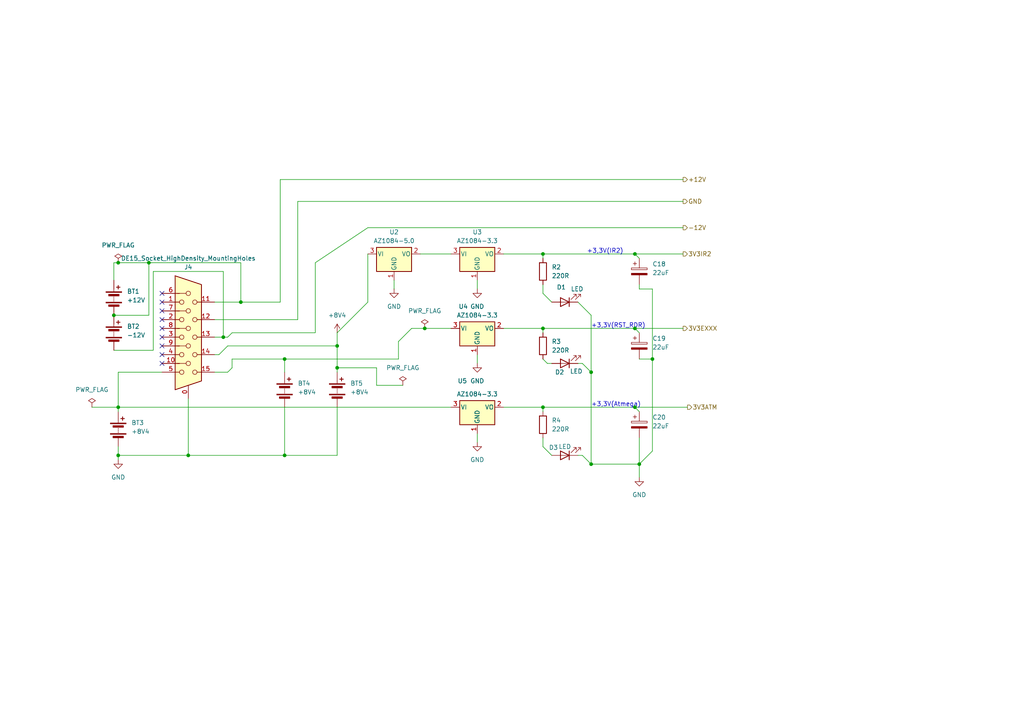
<source format=kicad_sch>
(kicad_sch (version 20250114) (generator "eeschema") (generator_version "9.0")
  (paper "A4")
  (title_block (title "PROJETO IR2_B2_UFAM") (date "07/08/2025") (company "UFAM-UFMG") (comment 1 "1 - Software Proteus substituído pelo Software Kicad 9.0") (comment 2 "2 - Incluído Amplificafor de Instrumentação para reduzir ruídos") (comment 3 "3 - Incluídos conectores para cabos entrelaçados") (comment 4 "4 - Análise de 4 camadas para reduzir ruídos") (comment 5 "5 - Teste de clonagem"))
  (lib_symbols
    (symbol "Connector:DE15_Socket_HighDensity_MountingHoles" (pin_names (offset 1.016) (hide yes))
      (property "Reference" "J" (at 0 21.59 0))
      (property "Value" "DE15_Socket_HighDensity_MountingHoles" (at 0 19.05 0))
      (symbol "DE15_Socket_HighDensity_MountingHoles_0_1"
        (polyline (pts (xy -3.81 17.78) (xy -3.81 -15.24) (xy 3.81 -12.7) (xy 3.81 15.24) (xy -3.81 17.78)) (stroke (width 0.254)) (fill (type background)))
        (polyline (pts (xy -3.175 7.62) (xy -0.635 7.62)))
        (circle (center -1.905 10.16) (radius 0.635))
        (circle (center -1.905 5.08) (radius 0.635))
        (circle (center -1.905 0) (radius 0.635))
        (circle (center -1.905 -5.08) (radius 0.635))
        (circle (center -1.905 -10.16) (radius 0.635))
        (polyline (pts (xy -0.635 12.7) (xy -3.175 12.7)))
        (polyline (pts (xy -0.635 2.54) (xy -3.175 2.54)))
        (polyline (pts (xy -0.635 -2.54) (xy -3.175 -2.54)))
        (polyline (pts (xy -0.635 -7.62) (xy -3.175 -7.62)))
        (circle (center 0 12.7) (radius 0.635))
        (circle (center 0 7.62) (radius 0.635))
        (circle (center 0 2.54) (radius 0.635))
        (circle (center 0 -2.54) (radius 0.635))
        (circle (center 0 -7.62) (radius 0.635))
        (circle (center 1.905 10.16) (radius 0.635))
        (circle (center 1.905 5.08) (radius 0.635))
        (circle (center 1.905 0) (radius 0.635))
        (circle (center 1.905 -5.08) (radius 0.635))
        (circle (center 1.905 -10.16) (radius 0.635))
      )
      (symbol "DE15_Socket_HighDensity_MountingHoles_1_1"
        (pin passive line (at -7.62 12.7 0) (length 5.08) (name "~") (number "6"))
        (pin passive line (at -7.62 10.16 0) (length 5.08) (name "~") (number "1"))
        (pin passive line (at -7.62 7.62 0) (length 5.08) (name "~") (number "7"))
        (pin passive line (at -7.62 5.08 0) (length 5.08) (name "~") (number "2"))
        (pin passive line (at -7.62 2.54 0) (length 5.08) (name "~") (number "8"))
        (pin passive line (at -7.62 0 0) (length 5.08) (name "~") (number "3"))
        (pin passive line (at -7.62 -2.54 0) (length 5.08) (name "~") (number "9"))
        (pin passive line (at -7.62 -5.08 0) (length 5.08) (name "~") (number "4"))
        (pin passive line (at -7.62 -7.62 0) (length 5.08) (name "~") (number "10"))
        (pin passive line (at -7.62 -10.16 0) (length 5.08) (name "~") (number "5"))
        (pin passive line (at 0 -17.78 90) (length 3.81) (name "~") (number "0"))
        (pin passive line (at 7.62 10.16 180) (length 5.08) (name "~") (number "11"))
        (pin passive line (at 7.62 5.08 180) (length 5.08) (name "~") (number "12"))
        (pin passive line (at 7.62 0 180) (length 5.08) (name "~") (number "13"))
        (pin passive line (at 7.62 -5.08 180) (length 5.08) (name "~") (number "14"))
        (pin passive line (at 7.62 -10.16 180) (length 5.08) (name "~") (number "15"))
      )
    )
    (symbol "Device:Battery" (pin_numbers (hide yes)) (pin_names (offset 0) (hide yes))
      (property "Reference" "BT" (at 2.54 2.54 0))
      (property "Value" "Battery" (at 2.54 0 0))
      (symbol "Battery_0_1"
        (rectangle (start -2.286 1.778) (end 2.286 1.524) (fill (type outline)))
        (rectangle (start -2.286 -1.27) (end 2.286 -1.524) (fill (type outline)))
        (rectangle (start -1.524 1.016) (end 1.524 0.508) (fill (type outline)))
        (rectangle (start -1.524 -2.032) (end 1.524 -2.54) (fill (type outline)))
        (polyline (pts (xy 0 1.778) (xy 0 2.54)))
        (polyline (pts (xy 0 0) (xy 0 0.254)))
        (polyline (pts (xy 0 -0.508) (xy 0 -0.254)))
        (polyline (pts (xy 0 -1.016) (xy 0 -0.762)))
        (polyline (pts (xy 0.762 3.048) (xy 1.778 3.048)) (stroke (width 0.254)))
        (polyline (pts (xy 1.27 3.556) (xy 1.27 2.54)) (stroke (width 0.254)))
      )
      (symbol "Battery_1_1"
        (pin passive line (at 0 5.08 270) (length 2.54) (name "+") (number "1"))
        (pin passive line (at 0 -5.08 90) (length 2.54) (name "-") (number "2"))
      )
    )
    (symbol "Device:C_Polarized" (pin_numbers (hide yes)) (pin_names (offset 0.254))
      (property "Reference" "C" (at 0.635 2.54 0))
      (property "Value" "C_Polarized" (at 0.635 -2.54 0))
      (symbol "C_Polarized_0_1"
        (rectangle (start -2.286 0.508) (end 2.286 1.016))
        (polyline (pts (xy -1.778 2.286) (xy -0.762 2.286)))
        (polyline (pts (xy -1.27 2.794) (xy -1.27 1.778)))
        (rectangle (start 2.286 -0.508) (end -2.286 -1.016) (fill (type outline)))
      )
      (symbol "C_Polarized_1_1"
        (pin passive line (at 0 3.81 270) (length 2.794) (name "~") (number "1"))
        (pin passive line (at 0 -3.81 90) (length 2.794) (name "~") (number "2"))
      )
    )
    (symbol "Device:LED" (pin_numbers (hide yes)) (pin_names (offset 1.016) (hide yes))
      (property "Reference" "D" (at 0 2.54 0))
      (property "Value" "LED" (at 0 -2.54 0))
      (symbol "LED_0_1"
        (polyline (pts (xy -3.048 -0.762) (xy -4.572 -2.286) (xy -3.81 -2.286) (xy -4.572 -2.286) (xy -4.572 -1.524)))
        (polyline (pts (xy -1.778 -0.762) (xy -3.302 -2.286) (xy -2.54 -2.286) (xy -3.302 -2.286) (xy -3.302 -1.524)))
        (polyline (pts (xy -1.27 0) (xy 1.27 0)))
        (polyline (pts (xy -1.27 -1.27) (xy -1.27 1.27)) (stroke (width 0.254)))
        (polyline (pts (xy 1.27 -1.27) (xy 1.27 1.27) (xy -1.27 0) (xy 1.27 -1.27)) (stroke (width 0.254)))
      )
      (symbol "LED_1_1"
        (pin passive line (at -3.81 0 0) (length 2.54) (name "K") (number "1"))
        (pin passive line (at 3.81 0 180) (length 2.54) (name "A") (number "2"))
      )
    )
    (symbol "Device:R" (pin_numbers (hide yes)) (pin_names (offset 0))
      (property "Reference" "R" (at 2.032 0 90))
      (property "Value" "R" (at 0 0 90))
      (symbol "R_0_1"
        (rectangle (start -1.016 -2.54) (end 1.016 2.54) (stroke (width 0.254)))
      )
      (symbol "R_1_1"
        (pin passive line (at 0 3.81 270) (length 1.27) (name "~") (number "1"))
        (pin passive line (at 0 -3.81 90) (length 1.27) (name "~") (number "2"))
      )
    )
    (symbol "Regulator_Linear:AZ1084-3.3" (pin_names (offset 0.254))
      (property "Reference" "U" (at -3.81 3.175 0))
      (property "Value" "AZ1084-3.3" (at 0 3.175 0))
      (symbol "AZ1084-3.3_0_1"
        (rectangle (start -5.08 1.905) (end 5.08 -5.08) (stroke (width 0.254)) (fill (type background)))
      )
      (symbol "AZ1084-3.3_1_1"
        (pin power_in line (at -7.62 0 0) (length 2.54) (name "VI") (number "3"))
        (pin power_in line (at 0 -7.62 90) (length 2.54) (name "GND") (number "1"))
        (pin power_out line (at 7.62 0 180) (length 2.54) (name "VO") (number "2"))
      )
    )
    (symbol "Regulator_Linear:AZ1084-5.0" (pin_names (offset 0.254))
      (property "Reference" "U" (at -3.81 3.175 0))
      (property "Value" "AZ1084-5.0" (at 0 3.175 0))
      (symbol "AZ1084-5.0_0_1"
        (rectangle (start -5.08 1.905) (end 5.08 -5.08) (stroke (width 0.254)) (fill (type background)))
      )
      (symbol "AZ1084-5.0_1_1"
        (pin power_in line (at -7.62 0 0) (length 2.54) (name "VI") (number "3"))
        (pin power_in line (at 0 -7.62 90) (length 2.54) (name "GND") (number "1"))
        (pin power_out line (at 7.62 0 180) (length 2.54) (name "VO") (number "2"))
      )
    )
    (symbol "power:GND" (power) (pin_numbers (hide yes)) (pin_names (offset 0) (hide yes))
      (property "Value" "GND" (at 0 -3.81 0))
      (symbol "GND_0_1"
        (polyline (pts (xy 0 0) (xy 0 -1.27) (xy 1.27 -1.27) (xy 0 -2.54) (xy -1.27 -1.27) (xy 0 -1.27)))
      )
      (symbol "GND_1_1"
        (pin power_in line (at 0 0 270) (length 0) (name "~") (number "1"))
      )
    )
    (symbol "power:PWR_FLAG" (power) (pin_numbers (hide yes)) (pin_names (offset 0) (hide yes))
      (property "Value" "PWR_FLAG" (at 0 3.81 0))
      (symbol "PWR_FLAG_0_0"
        (pin power_out line (at 0 0 90) (length 0) (name "~") (number "1"))
      )
      (symbol "PWR_FLAG_0_1"
        (polyline (pts (xy 0 0) (xy 0 1.27) (xy -1.016 1.905) (xy 0 2.54) (xy 1.016 1.905) (xy 0 1.27)))
      )
    )
    (symbol "power:VCC" (power) (pin_numbers (hide yes)) (pin_names (offset 0) (hide yes))
      (property "Value" "VCC" (at 0 3.556 0))
      (symbol "VCC_0_1"
        (polyline (pts (xy -0.762 1.27) (xy 0 2.54)))
        (polyline (pts (xy 0 2.54) (xy 0.762 1.27)))
        (polyline (pts (xy 0 0) (xy 0 2.54)))
      )
      (symbol "VCC_1_1"
        (pin power_in line (at 0 0 90) (length 0) (name "~") (number "1"))
      )
    )
  )
  (text "+3,3V(IR2)" (at 170.18 73.66 0) (effects (font (size 1.27 1.27)) (justify left bottom)))
  (text "+3,3V(RST_RDR)" (at 171.45 95.25 0) (effects (font (size 1.27 1.27)) (justify left bottom)))
  (text "+3,3V(Atmega)" (at 171.45 118.11 0) (effects (font (size 1.27 1.27)) (justify left bottom)))
  (junction (at 157.48 73.66))
  (junction (at 184.15 95.25))
  (junction (at 64.77 97.79))
  (junction (at 157.48 95.25))
  (junction (at 185.42 134.62))
  (junction (at 34.29 76.2))
  (junction (at 43.18 76.2))
  (junction (at 33.02 91.44))
  (junction (at 123.19 95.25))
  (junction (at 184.15 73.66))
  (junction (at 157.48 118.11))
  (junction (at 97.79 106.68))
  (junction (at 184.15 118.11))
  (junction (at 171.45 134.62))
  (junction (at 54.61 132.08))
  (junction (at 34.29 132.08))
  (junction (at 82.55 104.14))
  (junction (at 97.79 100.33))
  (junction (at 171.45 107.95))
  (junction (at 34.29 118.11))
  (junction (at 82.55 132.08))
  (junction (at 189.23 104.14))
  (junction (at 69.85 87.63))
  (no_connect (at 46.99 92.71))
  (no_connect (at 46.99 105.41))
  (no_connect (at 46.99 97.79))
  (no_connect (at 46.99 90.17))
  (no_connect (at 46.99 95.25))
  (no_connect (at 46.99 102.87))
  (no_connect (at 46.99 85.09))
  (no_connect (at 46.99 100.33))
  (no_connect (at 46.99 87.63))
  (wire (pts (xy 62.23 102.87) (xy 63.5 102.87)))
  (wire (pts (xy 81.28 52.07) (xy 81.28 87.63)))
  (wire (pts (xy 123.19 95.25) (xy 130.81 95.25)))
  (wire (pts (xy 69.85 87.63) (xy 81.28 87.63)))
  (wire (pts (xy 64.77 97.79) (xy 66.04 97.79)))
  (wire (pts (xy 64.77 78.74) (xy 64.77 97.79)))
  (wire (pts (xy 146.05 73.66) (xy 157.48 73.66)))
  (wire (pts (xy 160.02 87.63) (xy 157.48 85.09)))
  (wire (pts (xy 106.68 66.04) (xy 198.12 66.04)))
  (wire (pts (xy 185.42 104.14) (xy 189.23 104.14)))
  (wire (pts (xy 185.42 134.62) (xy 185.42 138.43)))
  (wire (pts (xy 157.48 95.25) (xy 157.48 96.52)))
  (wire (pts (xy 34.29 76.2) (xy 43.18 76.2)))
  (wire (pts (xy 157.48 118.11) (xy 157.48 119.38)))
  (wire (pts (xy 97.79 100.33) (xy 97.79 106.68)))
  (wire (pts (xy 44.45 78.74) (xy 64.77 78.74)))
  (wire (pts (xy 33.02 81.28) (xy 33.02 76.2)))
  (wire (pts (xy 171.45 134.62) (xy 185.42 134.62)))
  (wire (pts (xy 26.67 118.11) (xy 34.29 118.11)))
  (wire (pts (xy 43.18 76.2) (xy 69.85 76.2)))
  (wire (pts (xy 62.23 107.95) (xy 66.04 107.95)))
  (wire (pts (xy 82.55 104.14) (xy 115.57 104.14)))
  (wire (pts (xy 146.05 118.11) (xy 157.48 118.11)))
  (wire (pts (xy 106.68 73.66) (xy 106.68 87.63)))
  (wire (pts (xy 33.02 91.44) (xy 43.18 91.44)))
  (wire (pts (xy 157.48 73.66) (xy 157.48 74.93)))
  (wire (pts (xy 121.92 73.66) (xy 130.81 73.66)))
  (wire (pts (xy 189.23 130.81) (xy 185.42 134.62)))
  (wire (pts (xy 34.29 119.38) (xy 34.29 118.11)))
  (wire (pts (xy 157.48 118.11) (xy 184.15 118.11)))
  (wire (pts (xy 82.55 104.14) (xy 82.55 107.95)))
  (wire (pts (xy 54.61 115.57) (xy 54.61 132.08)))
  (wire (pts (xy 160.02 105.41) (xy 158.75 105.41)))
  (wire (pts (xy 171.45 91.44) (xy 167.64 87.63)))
  (wire (pts (xy 34.29 129.54) (xy 34.29 132.08)))
  (wire (pts (xy 33.02 76.2) (xy 34.29 76.2)))
  (wire (pts (xy 185.42 83.82) (xy 189.23 83.82)))
  (wire (pts (xy 189.23 104.14) (xy 189.23 130.81)))
  (wire (pts (xy 119.38 95.25) (xy 123.19 95.25)))
  (wire (pts (xy 184.15 118.11) (xy 199.39 118.11)))
  (wire (pts (xy 54.61 132.08) (xy 34.29 132.08)))
  (wire (pts (xy 62.23 97.79) (xy 64.77 97.79)))
  (wire (pts (xy 34.29 107.95) (xy 46.99 107.95)))
  (wire (pts (xy 184.15 95.25) (xy 198.12 95.25)))
  (wire (pts (xy 82.55 118.11) (xy 82.55 132.08)))
  (wire (pts (xy 168.91 105.41) (xy 171.45 107.95)))
  (wire (pts (xy 43.18 91.44) (xy 43.18 76.2)))
  (wire (pts (xy 157.48 95.25) (xy 184.15 95.25)))
  (wire (pts (xy 97.79 96.52) (xy 106.68 87.63)))
  (wire (pts (xy 82.55 132.08) (xy 54.61 132.08)))
  (wire (pts (xy 91.44 76.2) (xy 91.44 96.52)))
  (wire (pts (xy 138.43 81.28) (xy 138.43 83.82)))
  (wire (pts (xy 34.29 132.08) (xy 34.29 133.35)))
  (wire (pts (xy 171.45 134.62) (xy 171.45 107.95)))
  (wire (pts (xy 91.44 76.2) (xy 106.68 66.04)))
  (wire (pts (xy 86.36 58.42) (xy 86.36 92.71)))
  (wire (pts (xy 158.75 105.41) (xy 157.48 104.14)))
  (wire (pts (xy 185.42 119.38) (xy 184.15 118.11)))
  (wire (pts (xy 189.23 83.82) (xy 189.23 104.14)))
  (wire (pts (xy 157.48 73.66) (xy 184.15 73.66)))
  (wire (pts (xy 97.79 106.68) (xy 97.79 107.95)))
  (wire (pts (xy 109.22 106.68) (xy 97.79 106.68)))
  (wire (pts (xy 97.79 96.52) (xy 97.79 100.33)))
  (wire (pts (xy 185.42 83.82) (xy 185.42 82.55)))
  (wire (pts (xy 114.3 81.28) (xy 114.3 83.82)))
  (wire (pts (xy 167.64 105.41) (xy 168.91 105.41)))
  (wire (pts (xy 34.29 118.11) (xy 130.81 118.11)))
  (wire (pts (xy 138.43 125.73) (xy 138.43 128.27)))
  (wire (pts (xy 67.31 96.52) (xy 91.44 96.52)))
  (wire (pts (xy 157.48 82.55) (xy 157.48 85.09)))
  (wire (pts (xy 171.45 107.95) (xy 171.45 91.44)))
  (wire (pts (xy 63.5 102.87) (xy 66.04 100.33)))
  (wire (pts (xy 66.04 100.33) (xy 97.79 100.33)))
  (wire (pts (xy 34.29 118.11) (xy 34.29 107.95)))
  (wire (pts (xy 44.45 101.6) (xy 44.45 78.74)))
  (wire (pts (xy 33.02 101.6) (xy 44.45 101.6)))
  (wire (pts (xy 109.22 111.76) (xy 109.22 106.68)))
  (wire (pts (xy 160.02 132.08) (xy 157.48 129.54)))
  (wire (pts (xy 86.36 58.42) (xy 198.12 58.42)))
  (wire (pts (xy 62.23 92.71) (xy 86.36 92.71)))
  (wire (pts (xy 97.79 132.08) (xy 82.55 132.08)))
  (wire (pts (xy 168.91 132.08) (xy 171.45 134.62)))
  (wire (pts (xy 116.84 111.76) (xy 109.22 111.76)))
  (wire (pts (xy 115.57 99.06) (xy 115.57 104.14)))
  (wire (pts (xy 184.15 73.66) (xy 185.42 74.93)))
  (wire (pts (xy 97.79 118.11) (xy 97.79 132.08)))
  (wire (pts (xy 66.04 97.79) (xy 67.31 96.52)))
  (wire (pts (xy 67.31 104.14) (xy 67.31 106.68)))
  (wire (pts (xy 81.28 52.07) (xy 198.12 52.07)))
  (wire (pts (xy 62.23 87.63) (xy 69.85 87.63)))
  (wire (pts (xy 67.31 104.14) (xy 82.55 104.14)))
  (wire (pts (xy 138.43 102.87) (xy 138.43 105.41)))
  (wire (pts (xy 185.42 127) (xy 185.42 134.62)))
  (wire (pts (xy 67.31 106.68) (xy 66.04 107.95)))
  (wire (pts (xy 115.57 99.06) (xy 119.38 95.25)))
  (wire (pts (xy 184.15 95.25) (xy 185.42 96.52)))
  (wire (pts (xy 157.48 127) (xy 157.48 129.54)))
  (wire (pts (xy 69.85 76.2) (xy 69.85 87.63)))
  (wire (pts (xy 184.15 73.66) (xy 198.12 73.66)))
  (wire (pts (xy 167.64 132.08) (xy 168.91 132.08)))
  (wire (pts (xy 146.05 95.25) (xy 157.48 95.25)))
  (hierarchical_label "+12V" (shape output) (at 198.12 52.07 0))
  (hierarchical_label "3V3IR2" (shape output) (at 198.12 73.66 0))
  (hierarchical_label "3V3EXXX" (shape output) (at 198.12 95.25 0))
  (hierarchical_label "3V3ATM" (shape output) (at 199.39 118.11 0))
  (hierarchical_label "-12V" (shape output) (at 198.12 66.04 0))
  (hierarchical_label "GND" (shape output) (at 198.12 58.42 0))
  (symbol (lib_id "power:VCC") (at 97.79 96.52 0) (unit 1)
    (property "Reference" "#PWR013" (effects (hide yes)))
    (property "Value" "+8V4" (at 97.79 91.44 0))
    (property "Description" "Power symbol creates a global label with name \"VCC\"" (effects (hide yes)))
  )
  (symbol (lib_id "power:GND") (at 138.43 83.82 0) (unit 1)
    (property "Reference" "#PWR020" (effects (hide yes)))
    (property "Value" "GND" (at 138.43 88.9 0))
    (property "Description" "Power symbol creates a global label with name \"GND\" , ground" (effects (hide yes)))
  )
  (symbol (lib_id "Regulator_Linear:AZ1084-5.0") (at 114.3 73.66 0) (unit 1)
    (property "Reference" "U2" (at 114.3 67.31 0))
    (property "Value" "AZ1084-5.0" (at 114.3 69.85 0))
    (property "Footprint" "Package_TO_SOT_SMD:TO-263-3_TabPin2" (effects (hide yes)))
    (property "Datasheet" "https://www.diodes.com/assets/Datasheets/AZ1084.pdf" (effects (hide yes)))
    (property "Description" "5A 12V Fixed LDO Linear Regulator, 1.5V, TO-220/TO-252/TO-263" (effects (hide yes)))
  )
  (symbol (lib_id "power:GND") (at 185.42 138.43 0) (unit 1)
    (property "Reference" "#PWR018" (effects (hide yes)))
    (property "Value" "GND" (at 185.42 143.51 0))
    (property "Description" "Power symbol creates a global label with name \"GND\" , ground" (effects (hide yes)))
  )
  (symbol (lib_id "Device:C_Polarized") (at 185.42 78.74 0) (unit 1)
    (property "Reference" "C18" (at 189.23 76.5809 0) (effects (justify left)))
    (property "Value" "22uF" (at 189.23 79.1209 0) (effects (justify left)))
    (property "Footprint" "Capacitor_SMD:CP_Elec_4x5.8" (effects (hide yes)))
    (property "Description" "Polarized capacitor" (effects (hide yes)))
  )
  (symbol (lib_id "power:GND") (at 138.43 105.41 0) (unit 1)
    (property "Reference" "#PWR022" (effects (hide yes)))
    (property "Value" "GND" (at 138.43 110.49 0))
    (property "Description" "Power symbol creates a global label with name \"GND\" , ground" (effects (hide yes)))
  )
  (symbol (lib_id "Device:R") (at 157.48 78.74 180) (unit 1)
    (property "Reference" "R2" (at 160.02 77.4699 0) (effects (justify right)))
    (property "Value" "220R" (at 160.02 80.0099 0) (effects (justify right)))
    (property "Footprint" "Resistor_SMD:R_0805_2012Metric" (effects (hide yes)))
    (property "Description" "Resistor" (effects (hide yes)))
  )
  (symbol (lib_id "Regulator_Linear:AZ1084-3.3") (at 138.43 118.11 0) (unit 1)
    (property "Reference" "U5" (at 134.112 110.49 0))
    (property "Value" "AZ1084-3.3" (at 138.43 114.3 0))
    (property "Footprint" "Package_TO_SOT_SMD:TO-252-3_TabPin2" (effects (hide yes)))
    (property "Datasheet" "https://www.diodes.com/assets/Datasheets/AZ1084.pdf" (effects (hide yes)))
    (property "Description" "5A 12V Fixed LDO Linear Regulator, 1.5V, TO-220/TO-252/TO-263" (effects (hide yes)))
  )
  (symbol (lib_id "Connector:DE15_Socket_HighDensity_MountingHoles") (at 54.61 97.79 0) (unit 1)
    (property "Reference" "J4" (at 54.61 77.47 0))
    (property "Value" "DE15_Socket_HighDensity_MountingHoles" (at 54.61 74.93 0))
    (property "Footprint" "Connector_Dsub:DSUB-15-HD_Socket_Horizontal_P2.29x1.90mm_EdgePinOffset3.03mm_Housed_MountingHolesOffset4.94mm" (effects (hide yes)))
    (property "Description" "15-pin D-SUB connector, socket (female), High density (3 columns), Triple Row, Generic, VGA-connector, Mounting Hole" (effects (hide yes)))
  )
  (symbol (lib_id "power:PWR_FLAG") (at 34.29 76.2 0) (unit 1)
    (property "Reference" "#FLG04" (effects (hide yes)))
    (property "Value" "PWR_FLAG" (at 34.29 71.12 0))
    (property "Description" "Special symbol for telling ERC where power comes from" (effects (hide yes)))
  )
  (symbol (lib_id "Device:Battery") (at 82.55 113.03 0) (unit 1)
    (property "Reference" "BT4" (at 86.36 111.1884 0) (effects (justify left)))
    (property "Value" "+8V4" (at 86.36 113.7284 0) (effects (justify left)))
    (property "Description" "Multiple-cell battery" (effects (hide yes)))
  )
  (symbol (lib_id "power:GND") (at 114.3 83.82 0) (unit 1)
    (property "Reference" "#PWR012" (effects (hide yes)))
    (property "Value" "GND" (at 114.3 88.9 0))
    (property "Description" "Power symbol creates a global label with name \"GND\" , ground" (effects (hide yes)))
  )
  (symbol (lib_id "Device:Battery") (at 34.29 124.46 0) (unit 1)
    (property "Reference" "BT3" (at 38.1 122.6184 0) (effects (justify left)))
    (property "Value" "+8V4" (at 38.1 125.1584 0) (effects (justify left)))
    (property "Description" "Multiple-cell battery" (effects (hide yes)))
  )
  (symbol (lib_id "power:GND") (at 138.43 128.27 0) (unit 1)
    (property "Reference" "#PWR023" (effects (hide yes)))
    (property "Value" "GND" (at 138.43 133.35 0))
    (property "Description" "Power symbol creates a global label with name \"GND\" , ground" (effects (hide yes)))
  )
  (symbol (lib_id "Device:LED") (at 163.83 87.63 180) (unit 1)
    (property "Reference" "D1" (at 162.814 83.312 0))
    (property "Value" "LED" (at 167.386 83.82 0))
    (property "Footprint" "LED_THT:LED_D5.0mm" (effects (hide yes)))
    (property "Description" "Light emitting diode" (effects (hide yes)))
    (property "Sim.Pins" "1=K 2=A" (effects (hide yes)))
  )
  (symbol (lib_id "Device:R") (at 157.48 100.33 0) (unit 1)
    (property "Reference" "R3" (at 160.02 99.0599 0) (effects (justify left)))
    (property "Value" "220R" (at 160.02 101.5999 0) (effects (justify left)))
    (property "Footprint" "Resistor_SMD:R_0805_2012Metric" (effects (hide yes)))
    (property "Description" "Resistor" (effects (hide yes)))
  )
  (symbol (lib_id "Device:C_Polarized") (at 185.42 100.33 0) (unit 1)
    (property "Reference" "C19" (at 189.23 98.1709 0) (effects (justify left)))
    (property "Value" "22uF" (at 189.23 100.7109 0) (effects (justify left)))
    (property "Footprint" "Capacitor_SMD:CP_Elec_4x5.8" (effects (hide yes)))
    (property "Description" "Polarized capacitor" (effects (hide yes)))
  )
  (symbol (lib_id "Device:Battery") (at 33.02 86.36 0) (unit 1)
    (property "Reference" "BT1" (at 36.83 84.5184 0) (effects (justify left)))
    (property "Value" "+12V" (at 36.83 87.0584 0) (effects (justify left)))
    (property "Description" "Multiple-cell battery" (effects (hide yes)))
  )
  (symbol (lib_id "Device:R") (at 157.48 123.19 0) (unit 1)
    (property "Reference" "R4" (at 160.02 121.9199 0) (effects (justify left)))
    (property "Value" "220R" (at 160.02 124.4599 0) (effects (justify left)))
    (property "Footprint" "Resistor_SMD:R_0805_2012Metric" (effects (hide yes)))
    (property "Description" "Resistor" (effects (hide yes)))
  )
  (symbol (lib_id "Device:LED") (at 163.83 132.08 180) (unit 1)
    (property "Reference" "D3" (at 160.528 129.794 0))
    (property "Value" "LED" (at 163.83 129.54 0))
    (property "Footprint" "LED_THT:LED_D5.0mm" (effects (hide yes)))
    (property "Description" "Light emitting diode" (effects (hide yes)))
    (property "Sim.Pins" "1=K 2=A" (effects (hide yes)))
  )
  (symbol (lib_id "power:GND") (at 34.29 133.35 0) (unit 1)
    (property "Reference" "#PWR04" (effects (hide yes)))
    (property "Value" "GND" (at 34.29 138.43 0))
    (property "Description" "Power symbol creates a global label with name \"GND\" , ground" (effects (hide yes)))
  )
  (symbol (lib_id "power:PWR_FLAG") (at 116.84 111.76 0) (unit 1)
    (property "Reference" "#FLG08" (effects (hide yes)))
    (property "Value" "PWR_FLAG" (at 116.84 106.68 0))
    (property "Description" "Special symbol for telling ERC where power comes from" (effects (hide yes)))
  )
  (symbol (lib_id "Device:Battery") (at 97.79 113.03 0) (unit 1)
    (property "Reference" "BT5" (at 101.6 111.1884 0) (effects (justify left)))
    (property "Value" "+8V4" (at 101.6 113.7284 0) (effects (justify left)))
    (property "Description" "Multiple-cell battery" (effects (hide yes)))
  )
  (symbol (lib_id "Regulator_Linear:AZ1084-3.3") (at 138.43 73.66 0) (unit 1)
    (property "Reference" "U3" (at 138.43 67.31 0))
    (property "Value" "AZ1084-3.3" (at 138.43 69.85 0))
    (property "Footprint" "Package_TO_SOT_SMD:TO-252-3_TabPin2" (effects (hide yes)))
    (property "Datasheet" "https://www.diodes.com/assets/Datasheets/AZ1084.pdf" (effects (hide yes)))
    (property "Description" "5A 12V Fixed LDO Linear Regulator, 1.5V, TO-220/TO-252/TO-263" (effects (hide yes)))
  )
  (symbol (lib_id "Device:C_Polarized") (at 185.42 123.19 0) (unit 1)
    (property "Reference" "C20" (at 189.23 121.0309 0) (effects (justify left)))
    (property "Value" "22uF" (at 189.23 123.5709 0) (effects (justify left)))
    (property "Footprint" "Capacitor_SMD:CP_Elec_4x5.8" (effects (hide yes)))
    (property "Description" "Polarized capacitor" (effects (hide yes)))
  )
  (symbol (lib_id "power:PWR_FLAG") (at 26.67 118.11 0) (unit 1)
    (property "Reference" "#FLG07" (effects (hide yes)))
    (property "Value" "PWR_FLAG" (at 26.67 113.03 0))
    (property "Description" "Special symbol for telling ERC where power comes from" (effects (hide yes)))
  )
  (symbol (lib_id "Device:Battery") (at 33.02 96.52 0) (unit 1)
    (property "Reference" "BT2" (at 36.83 94.6784 0) (effects (justify left)))
    (property "Value" "-12V" (at 36.83 97.2184 0) (effects (justify left)))
    (property "Description" "Multiple-cell battery" (effects (hide yes)))
  )
  (symbol (lib_id "power:PWR_FLAG") (at 123.19 95.25 0) (unit 1)
    (property "Reference" "#FLG03" (effects (hide yes)))
    (property "Value" "PWR_FLAG" (at 123.19 90.17 0))
    (property "Description" "Special symbol for telling ERC where power comes from" (effects (hide yes)))
  )
  (symbol (lib_id "Device:LED") (at 163.83 105.41 180) (unit 1)
    (property "Reference" "D2" (at 162.306 107.95 0))
    (property "Value" "LED" (at 167.132 107.696 0))
    (property "Footprint" "LED_THT:LED_D5.0mm" (effects (hide yes)))
    (property "Description" "Light emitting diode" (effects (hide yes)))
    (property "Sim.Pins" "1=K 2=A" (effects (hide yes)))
  )
  (symbol (lib_id "Regulator_Linear:AZ1084-3.3") (at 138.43 95.25 0) (unit 1)
    (property "Reference" "U4" (at 134.366 88.9 0))
    (property "Value" "AZ1084-3.3" (at 138.43 91.44 0))
    (property "Footprint" "Package_TO_SOT_SMD:TO-252-3_TabPin2" (effects (hide yes)))
    (property "Datasheet" "https://www.diodes.com/assets/Datasheets/AZ1084.pdf" (effects (hide yes)))
    (property "Description" "5A 12V Fixed LDO Linear Regulator, 1.5V, TO-220/TO-252/TO-263" (effects (hide yes)))
  )
)
</source>
